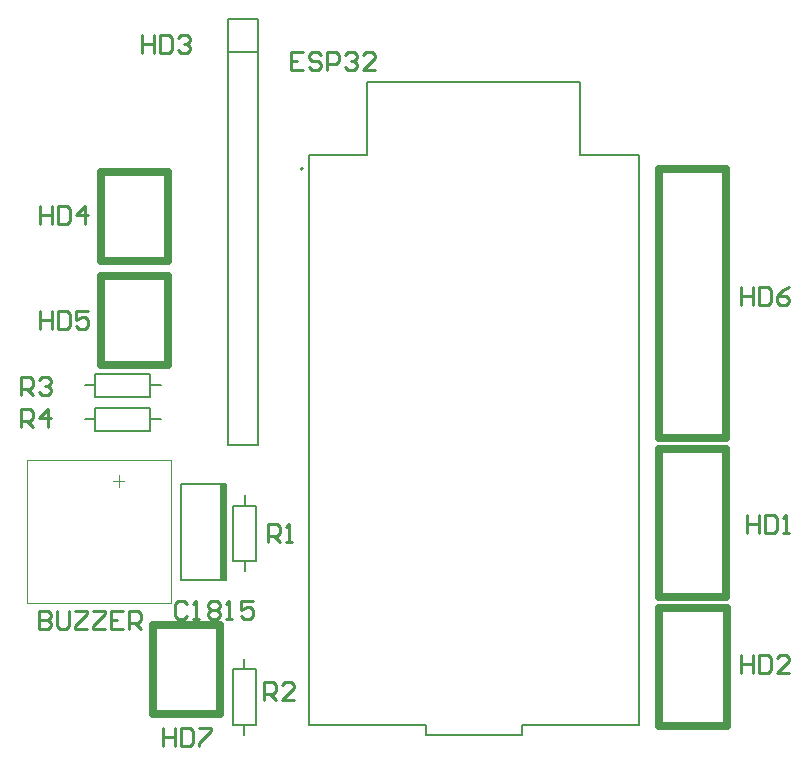
<source format=gto>
G04*
G04 #@! TF.GenerationSoftware,Altium Limited,Altium Designer,21.2.1 (34)*
G04*
G04 Layer_Color=65535*
%FSTAX24Y24*%
%MOIN*%
G70*
G04*
G04 #@! TF.SameCoordinates,A0B086A8-5AB1-40D3-A59C-F662E0C94A6C*
G04*
G04*
G04 #@! TF.FilePolarity,Positive*
G04*
G01*
G75*
%ADD10C,0.0079*%
%ADD11C,0.0250*%
%ADD12C,0.0050*%
%ADD13C,0.0070*%
%ADD14C,0.0039*%
%ADD15C,0.0100*%
%ADD16R,0.0205X0.3200*%
D10*
X026603Y043897D02*
G03*
X026603Y043897I-000039J0D01*
G01*
X022531Y0334D02*
X024042D01*
Y0302D02*
Y0334D01*
X022531Y0302D02*
Y0334D01*
Y0302D02*
X024042D01*
X0251Y034701D02*
Y04805D01*
Y048898D01*
X0241D02*
X0251D01*
X0241Y034701D02*
Y048898D01*
Y034701D02*
X0251D01*
X0241Y0478D02*
X0251D01*
D11*
X038488Y025318D02*
X04074D01*
X038488D02*
Y029271D01*
X04074D01*
Y025318D02*
Y029271D01*
X03846Y034574D02*
X040712D01*
Y029621D02*
Y034574D01*
X03846Y029621D02*
X040712D01*
X03846D02*
Y034574D01*
Y043876D02*
X040712D01*
Y034924D02*
Y043876D01*
X03846Y034924D02*
X040712D01*
X03846D02*
Y043876D01*
X01986Y040824D02*
Y043776D01*
Y040824D02*
X022112D01*
Y043776D01*
X01986D02*
X022112D01*
X01986Y037374D02*
Y040326D01*
Y037374D02*
X022112D01*
Y040326D01*
X01986D02*
X022112D01*
X021603Y025724D02*
Y028676D01*
Y025724D02*
X023855D01*
Y028676D01*
X021603D02*
X023855D01*
D12*
X033898Y025366D02*
X037792D01*
X033898Y025011D02*
Y025366D01*
X030698Y025011D02*
X033898D01*
X030698D02*
Y025366D01*
X026808D02*
X030698D01*
X035843Y044342D02*
Y046783D01*
X028757D02*
X035843D01*
X028757Y044342D02*
Y046783D01*
X026808Y044342D02*
X028757D01*
X035843D02*
X037792D01*
Y025366D02*
Y044342D01*
X026808Y025366D02*
Y044342D01*
D13*
X02152Y03517D02*
Y03593D01*
X01967Y03517D02*
Y03593D01*
X02152D01*
X01933Y03555D02*
X01967D01*
Y03517D02*
X02152D01*
Y03555D02*
X02187D01*
X02152Y036299D02*
Y037059D01*
X01967Y036299D02*
Y037059D01*
X02152D01*
X01933Y036679D02*
X01967D01*
Y036299D02*
X02152D01*
Y036679D02*
X02187D01*
X02427Y02722D02*
X02503D01*
X02427Y02537D02*
X02503D01*
X02427D02*
Y02722D01*
X02465Y02503D02*
Y02537D01*
X02503D02*
Y02722D01*
X02465D02*
Y02757D01*
X024664Y03267D02*
Y03302D01*
X025044Y03082D02*
Y03267D01*
X024664Y03048D02*
Y03082D01*
X024284D02*
Y03267D01*
Y03082D02*
X025044D01*
X024284Y03267D02*
X025044D01*
D14*
X017416Y034176D02*
X017436Y034196D01*
X0222D01*
Y029422D02*
Y034196D01*
X017416Y029422D02*
X0222D01*
X017416D02*
Y034176D01*
X020468Y03328D02*
Y033704D01*
X020271Y033497D02*
X020655D01*
D15*
X0172Y0353D02*
Y0359D01*
X0175D01*
X0176Y0358D01*
Y0356D01*
X0175Y0355D01*
X0172D01*
X0174D02*
X0176Y0353D01*
X0181D02*
Y0359D01*
X0178Y0356D01*
X0182D01*
X0172Y03635D02*
Y03695D01*
X0175D01*
X0176Y03685D01*
Y03665D01*
X0175Y03655D01*
X0172D01*
X0174D02*
X0176Y03635D01*
X0178Y03685D02*
X0179Y03695D01*
X0181D01*
X0182Y03685D01*
Y03675D01*
X0181Y03665D01*
X018D01*
X0181D01*
X0182Y03655D01*
Y03645D01*
X0181Y03635D01*
X0179D01*
X0178Y03645D01*
X01785Y03915D02*
Y03855D01*
Y03885D01*
X01825D01*
Y03915D01*
Y03855D01*
X01845Y03915D02*
Y03855D01*
X01875D01*
X01885Y03865D01*
Y03905D01*
X01875Y03915D01*
X01845D01*
X01945D02*
X01905D01*
Y03885D01*
X01925Y03895D01*
X01935D01*
X01945Y03885D01*
Y03865D01*
X01935Y03855D01*
X01915D01*
X01905Y03865D01*
X01785Y04265D02*
Y04205D01*
Y04235D01*
X01825D01*
Y04265D01*
Y04205D01*
X01845Y04265D02*
Y04205D01*
X01875D01*
X01885Y04215D01*
Y04255D01*
X01875Y04265D01*
X01845D01*
X01935Y04205D02*
Y04265D01*
X01905Y04235D01*
X01945D01*
X0266Y0478D02*
X0262D01*
Y0472D01*
X0266D01*
X0262Y0475D02*
X0264D01*
X0272Y0477D02*
X0271Y0478D01*
X0269D01*
X0268Y0477D01*
Y0476D01*
X0269Y0475D01*
X0271D01*
X0272Y0474D01*
Y0473D01*
X0271Y0472D01*
X0269D01*
X0268Y0473D01*
X0274Y0472D02*
Y0478D01*
X0277D01*
X0278Y0477D01*
Y0475D01*
X0277Y0474D01*
X0274D01*
X028Y0477D02*
X0281Y0478D01*
X0283D01*
X0284Y0477D01*
Y0476D01*
X0283Y0475D01*
X0282D01*
X0283D01*
X0284Y0474D01*
Y0473D01*
X0283Y0472D01*
X0281D01*
X028Y0473D01*
X029Y0472D02*
X0286D01*
X029Y0476D01*
Y0477D01*
X0289Y0478D01*
X0287D01*
X0286Y0477D01*
X0253Y0262D02*
Y0268D01*
X0256D01*
X0257Y0267D01*
Y0265D01*
X0256Y0264D01*
X0253D01*
X0255D02*
X0257Y0262D01*
X0263D02*
X0259D01*
X0263Y0266D01*
Y0267D01*
X0262Y0268D01*
X026D01*
X0259Y0267D01*
X02545Y03145D02*
Y03205D01*
X02575D01*
X02585Y03195D01*
Y03175D01*
X02575Y03165D01*
X02545D01*
X02565D02*
X02585Y03145D01*
X02605D02*
X02625D01*
X02615D01*
Y03205D01*
X02605Y03195D01*
X02125Y04835D02*
Y04775D01*
Y04805D01*
X02165D01*
Y04835D01*
Y04775D01*
X02185Y04835D02*
Y04775D01*
X02215D01*
X02225Y04785D01*
Y04825D01*
X02215Y04835D01*
X02185D01*
X02245Y04825D02*
X02255Y04835D01*
X02275D01*
X02285Y04825D01*
Y04815D01*
X02275Y04805D01*
X02265D01*
X02275D01*
X02285Y04795D01*
Y04785D01*
X02275Y04775D01*
X02255D01*
X02245Y04785D01*
X0412Y0277D02*
Y0271D01*
Y0274D01*
X0416D01*
Y0277D01*
Y0271D01*
X0418Y0277D02*
Y0271D01*
X0421D01*
X0422Y0272D01*
Y0276D01*
X0421Y0277D01*
X0418D01*
X0428Y0271D02*
X0424D01*
X0428Y0275D01*
Y0276D01*
X0427Y0277D01*
X0425D01*
X0424Y0276D01*
X0412Y03995D02*
Y03935D01*
Y03965D01*
X0416D01*
Y03995D01*
Y03935D01*
X0418Y03995D02*
Y03935D01*
X0421D01*
X0422Y03945D01*
Y03985D01*
X0421Y03995D01*
X0418D01*
X0428D02*
X0426Y03985D01*
X0424Y03965D01*
Y03945D01*
X0425Y03935D01*
X0427D01*
X0428Y03945D01*
Y03955D01*
X0427Y03965D01*
X0424D01*
X0414Y03235D02*
Y03175D01*
Y03205D01*
X0418D01*
Y03235D01*
Y03175D01*
X042Y03235D02*
Y03175D01*
X0423D01*
X0424Y03185D01*
Y03225D01*
X0423Y03235D01*
X042D01*
X0426Y03175D02*
X0428D01*
X0427D01*
Y03235D01*
X0426Y03225D01*
X02195Y02525D02*
Y02465D01*
Y02495D01*
X02235D01*
Y02525D01*
Y02465D01*
X02255Y02525D02*
Y02465D01*
X02285D01*
X02295Y02475D01*
Y02515D01*
X02285Y02525D01*
X02255D01*
X02315D02*
X02355D01*
Y02515D01*
X02315Y02475D01*
Y02465D01*
X02275Y0294D02*
X02265Y0295D01*
X02245D01*
X02235Y0294D01*
Y029D01*
X02245Y0289D01*
X02265D01*
X02275Y029D01*
X02295Y0289D02*
X02315D01*
X02305D01*
Y0295D01*
X02295Y0294D01*
X02345D02*
X02355Y0295D01*
X02375D01*
X02385Y0294D01*
Y0293D01*
X02375Y0292D01*
X02385Y0291D01*
Y029D01*
X02375Y0289D01*
X02355D01*
X02345Y029D01*
Y0291D01*
X02355Y0292D01*
X02345Y0293D01*
Y0294D01*
X02355Y0292D02*
X02375D01*
X02405Y0289D02*
X02425D01*
X02415D01*
Y0295D01*
X02405Y0294D01*
X02495Y0295D02*
X02455D01*
Y0292D01*
X02475Y0293D01*
X02485D01*
X02495Y0292D01*
Y029D01*
X02485Y0289D01*
X02465D01*
X02455Y029D01*
X017801Y02915D02*
Y02855D01*
X0181D01*
X0182Y02865D01*
Y02875D01*
X0181Y02885D01*
X017801D01*
X0181D01*
X0182Y02895D01*
Y02905D01*
X0181Y02915D01*
X017801D01*
X0184D02*
Y02865D01*
X0185Y02855D01*
X0187D01*
X0188Y02865D01*
Y02915D01*
X019D02*
X0194D01*
Y02905D01*
X019Y02865D01*
Y02855D01*
X0194D01*
X0196Y02915D02*
X02D01*
Y02905D01*
X0196Y02865D01*
Y02855D01*
X02D01*
X0206Y02915D02*
X0202D01*
Y02855D01*
X0206D01*
X0202Y02885D02*
X0204D01*
X0208Y02855D02*
Y02915D01*
X021099D01*
X021199Y02905D01*
Y02885D01*
X021099Y02875D01*
X0208D01*
X021D02*
X021199Y02855D01*
D16*
X023947Y0318D02*
D03*
M02*

</source>
